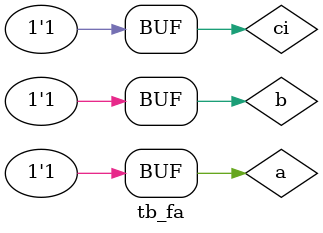
<source format=v>
`timescale 1ns/100ps // set simulation time scale

module tb_fa; // fa testbench module
	reg a, b, ci;
	wire s,co;
	fa tb_fa(a,b,ci,s,co); // load fa module

// set simulation bits
initial begin
	a=0; b=0; ci=0;
	#10; a=0; b=0; ci=1;
	#10; a=0; b=1; ci=0;
	#10; a=0; b=1; ci=1;
	#10; a=1; b=0; ci=0;
	#10; a=1; b=0; ci=1;
	#10; a=1; b=1; ci=0;
	#10; a=1; b=1; ci=1;
	#10;
end
endmodule 
</source>
